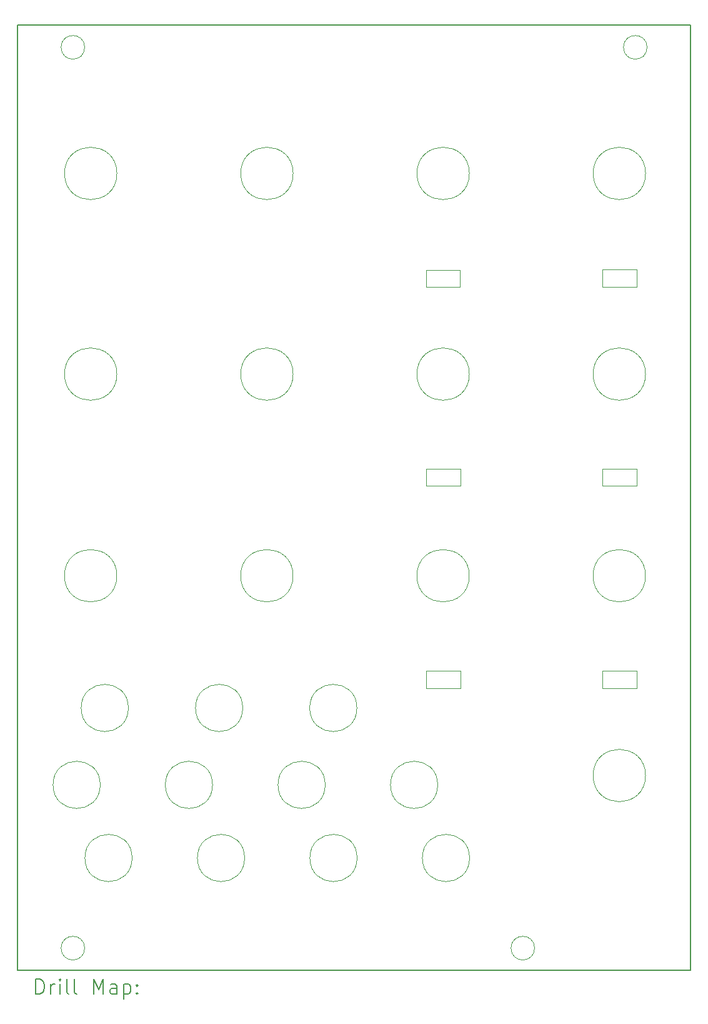
<source format=gbr>
%FSLAX45Y45*%
G04 Gerber Fmt 4.5, Leading zero omitted, Abs format (unit mm)*
G04 Created by KiCad (PCBNEW (6.0.0)) date 2022-01-04 18:38:23*
%MOMM*%
%LPD*%
G01*
G04 APERTURE LIST*
%TA.AperFunction,Profile*%
%ADD10C,0.200000*%
%TD*%
%TA.AperFunction,Profile*%
%ADD11C,0.050000*%
%TD*%
%ADD12C,0.200000*%
G04 APERTURE END LIST*
D10*
X16675600Y-5549000D02*
X16675600Y-18349000D01*
X7557000Y-18349000D02*
X7557000Y-5549000D01*
X7557000Y-5549000D02*
X16675600Y-5549000D01*
X16675600Y-18349000D02*
X7557000Y-18349000D01*
D11*
X13096000Y-14296500D02*
X13556000Y-14296500D01*
X8466000Y-5849000D02*
G75*
G03*
X8466000Y-5849000I-160000J0D01*
G01*
X15483500Y-14296500D02*
X15943500Y-14296500D01*
X13680900Y-16828000D02*
G75*
G03*
X13680900Y-16828000I-320000J0D01*
G01*
X15483500Y-9094000D02*
X15483500Y-8859000D01*
X15483500Y-14531500D02*
X15483500Y-14296500D01*
X10198600Y-15837400D02*
G75*
G03*
X10198600Y-15837400I-320000J0D01*
G01*
X13093500Y-8861500D02*
X13553500Y-8861500D01*
X13249100Y-15837400D02*
G75*
G03*
X13249100Y-15837400I-320000J0D01*
G01*
X13093500Y-9096500D02*
X13093500Y-8861500D01*
X15943500Y-11789000D02*
X15483500Y-11789000D01*
X13553500Y-8861500D02*
X13553500Y-9096500D01*
X8902000Y-13005300D02*
G75*
G03*
X8902000Y-13005300I-355000J0D01*
G01*
X11725100Y-15837400D02*
G75*
G03*
X11725100Y-15837400I-320000J0D01*
G01*
X15943500Y-11554000D02*
X15943500Y-11789000D01*
X16064800Y-13005300D02*
G75*
G03*
X16064800Y-13005300I-355000J0D01*
G01*
X10607500Y-14796000D02*
G75*
G03*
X10607500Y-14796000I-320000J0D01*
G01*
X8902000Y-10274800D02*
G75*
G03*
X8902000Y-10274800I-355000J0D01*
G01*
X15483500Y-11554000D02*
X15943500Y-11554000D01*
X14562000Y-18049000D02*
G75*
G03*
X14562000Y-18049000I-160000J0D01*
G01*
X11290200Y-7557000D02*
G75*
G03*
X11290200Y-7557000I-355000J0D01*
G01*
X13677200Y-13005300D02*
G75*
G03*
X13677200Y-13005300I-355000J0D01*
G01*
X13556000Y-14296500D02*
X13556000Y-14531500D01*
X13553500Y-9096500D02*
X13093500Y-9096500D01*
X13556000Y-14531500D02*
X13096000Y-14531500D01*
X8466000Y-18049000D02*
G75*
G03*
X8466000Y-18049000I-160000J0D01*
G01*
X16064800Y-10274800D02*
G75*
G03*
X16064800Y-10274800I-355000J0D01*
G01*
X15483500Y-11789000D02*
X15483500Y-11554000D01*
X16065400Y-7557000D02*
G75*
G03*
X16065400Y-7557000I-355000J0D01*
G01*
X13556000Y-11554000D02*
X13556000Y-11789000D01*
X8677100Y-15837400D02*
G75*
G03*
X8677100Y-15837400I-320000J0D01*
G01*
X15943500Y-14296500D02*
X15943500Y-14531500D01*
X12154400Y-14796000D02*
G75*
G03*
X12154400Y-14796000I-320000J0D01*
G01*
X11289600Y-10274800D02*
G75*
G03*
X11289600Y-10274800I-355000J0D01*
G01*
X16064800Y-15711000D02*
G75*
G03*
X16064800Y-15711000I-355000J0D01*
G01*
X15943500Y-8859000D02*
X15943500Y-9094000D01*
X13677200Y-10274800D02*
G75*
G03*
X13677200Y-10274800I-355000J0D01*
G01*
X15943500Y-14531500D02*
X15483500Y-14531500D01*
X13677800Y-7557000D02*
G75*
G03*
X13677800Y-7557000I-355000J0D01*
G01*
X13096000Y-11789000D02*
X13096000Y-11554000D01*
X15943500Y-9094000D02*
X15483500Y-9094000D01*
X13096000Y-11554000D02*
X13556000Y-11554000D01*
X13096000Y-14531500D02*
X13096000Y-14296500D01*
X10632900Y-16828000D02*
G75*
G03*
X10632900Y-16828000I-320000J0D01*
G01*
X9058100Y-14796000D02*
G75*
G03*
X9058100Y-14796000I-320000J0D01*
G01*
X8902600Y-7557000D02*
G75*
G03*
X8902600Y-7557000I-355000J0D01*
G01*
X12156900Y-16828000D02*
G75*
G03*
X12156900Y-16828000I-320000J0D01*
G01*
X13556000Y-11789000D02*
X13096000Y-11789000D01*
X15483500Y-8859000D02*
X15943500Y-8859000D01*
X11289600Y-13005300D02*
G75*
G03*
X11289600Y-13005300I-355000J0D01*
G01*
X16086000Y-5849000D02*
G75*
G03*
X16086000Y-5849000I-160000J0D01*
G01*
X9108900Y-16828000D02*
G75*
G03*
X9108900Y-16828000I-320000J0D01*
G01*
D12*
X7804619Y-18669476D02*
X7804619Y-18469476D01*
X7852238Y-18469476D01*
X7880809Y-18479000D01*
X7899857Y-18498048D01*
X7909381Y-18517095D01*
X7918905Y-18555190D01*
X7918905Y-18583762D01*
X7909381Y-18621857D01*
X7899857Y-18640905D01*
X7880809Y-18659952D01*
X7852238Y-18669476D01*
X7804619Y-18669476D01*
X8004619Y-18669476D02*
X8004619Y-18536143D01*
X8004619Y-18574238D02*
X8014143Y-18555190D01*
X8023667Y-18545667D01*
X8042714Y-18536143D01*
X8061762Y-18536143D01*
X8128428Y-18669476D02*
X8128428Y-18536143D01*
X8128428Y-18469476D02*
X8118905Y-18479000D01*
X8128428Y-18488524D01*
X8137952Y-18479000D01*
X8128428Y-18469476D01*
X8128428Y-18488524D01*
X8252238Y-18669476D02*
X8233190Y-18659952D01*
X8223667Y-18640905D01*
X8223667Y-18469476D01*
X8357000Y-18669476D02*
X8337952Y-18659952D01*
X8328428Y-18640905D01*
X8328428Y-18469476D01*
X8585571Y-18669476D02*
X8585571Y-18469476D01*
X8652238Y-18612333D01*
X8718905Y-18469476D01*
X8718905Y-18669476D01*
X8899857Y-18669476D02*
X8899857Y-18564714D01*
X8890333Y-18545667D01*
X8871286Y-18536143D01*
X8833190Y-18536143D01*
X8814143Y-18545667D01*
X8899857Y-18659952D02*
X8880810Y-18669476D01*
X8833190Y-18669476D01*
X8814143Y-18659952D01*
X8804619Y-18640905D01*
X8804619Y-18621857D01*
X8814143Y-18602810D01*
X8833190Y-18593286D01*
X8880810Y-18593286D01*
X8899857Y-18583762D01*
X8995095Y-18536143D02*
X8995095Y-18736143D01*
X8995095Y-18545667D02*
X9014143Y-18536143D01*
X9052238Y-18536143D01*
X9071286Y-18545667D01*
X9080810Y-18555190D01*
X9090333Y-18574238D01*
X9090333Y-18631381D01*
X9080810Y-18650429D01*
X9071286Y-18659952D01*
X9052238Y-18669476D01*
X9014143Y-18669476D01*
X8995095Y-18659952D01*
X9176048Y-18650429D02*
X9185571Y-18659952D01*
X9176048Y-18669476D01*
X9166524Y-18659952D01*
X9176048Y-18650429D01*
X9176048Y-18669476D01*
X9176048Y-18545667D02*
X9185571Y-18555190D01*
X9176048Y-18564714D01*
X9166524Y-18555190D01*
X9176048Y-18545667D01*
X9176048Y-18564714D01*
M02*

</source>
